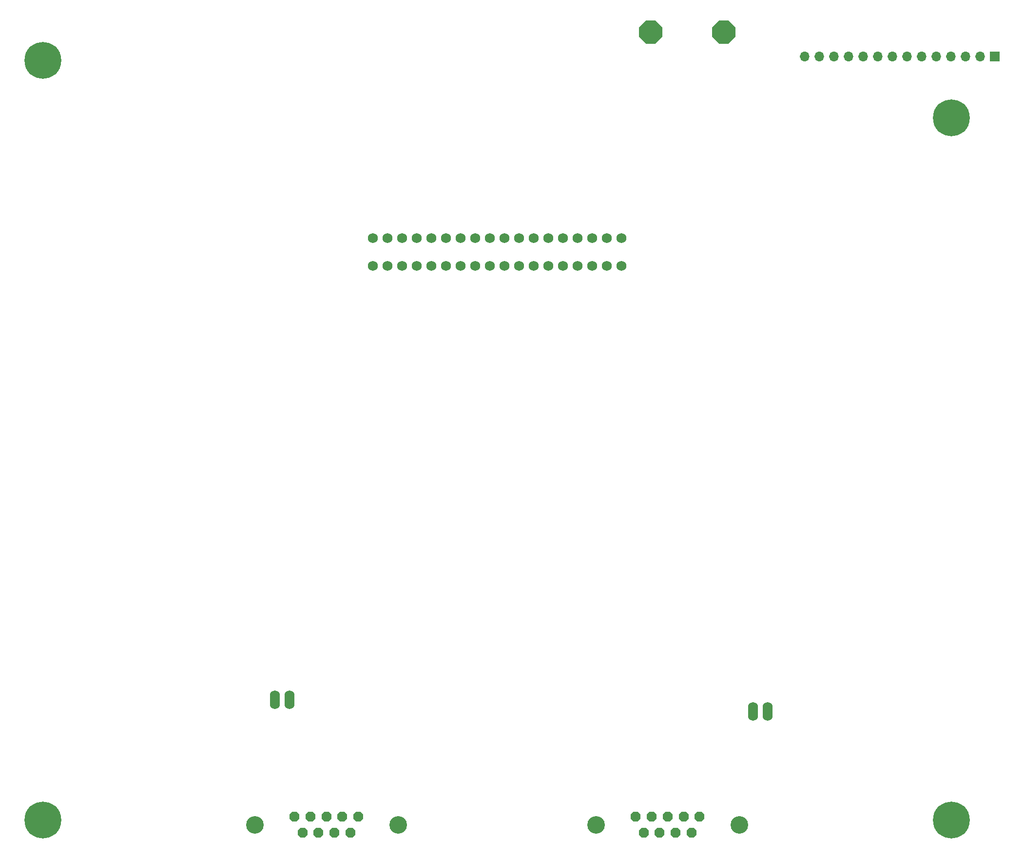
<source format=gbr>
%TF.GenerationSoftware,KiCad,Pcbnew,7.0.5*%
%TF.CreationDate,2023-08-21T23:54:45-04:00*%
%TF.ProjectId,LogicBoard_smt,4c6f6769-6342-46f6-9172-645f736d742e,rev?*%
%TF.SameCoordinates,Original*%
%TF.FileFunction,Soldermask,Bot*%
%TF.FilePolarity,Negative*%
%FSLAX46Y46*%
G04 Gerber Fmt 4.6, Leading zero omitted, Abs format (unit mm)*
G04 Created by KiCad (PCBNEW 7.0.5) date 2023-08-21 23:54:45*
%MOMM*%
%LPD*%
G01*
G04 APERTURE LIST*
G04 Aperture macros list*
%AMFreePoly0*
4,1,25,0.375350,0.844196,0.387473,0.833842,0.833842,0.387473,0.862349,0.331525,0.863600,0.315631,0.863600,-0.315631,0.844196,-0.375350,0.833842,-0.387473,0.387473,-0.833842,0.331525,-0.862349,0.315631,-0.863600,-0.315631,-0.863600,-0.375350,-0.844196,-0.387473,-0.833842,-0.833842,-0.387473,-0.862349,-0.331525,-0.863600,-0.315631,-0.863600,0.315631,-0.844196,0.375350,-0.833842,0.387473,
-0.387473,0.833842,-0.331525,0.862349,-0.315631,0.863600,0.315631,0.863600,0.375350,0.844196,0.375350,0.844196,$1*%
%AMFreePoly1*
4,1,25,0.848796,1.987196,0.860919,1.976842,1.976842,0.860919,2.005349,0.804971,2.006600,0.789077,2.006600,-0.789077,1.987196,-0.848796,1.976842,-0.860919,0.860919,-1.976842,0.804971,-2.005349,0.789077,-2.006600,-0.789077,-2.006600,-0.848796,-1.987196,-0.860919,-1.976842,-1.976842,-0.860919,-2.005349,-0.804971,-2.006600,-0.789077,-2.006600,0.789077,-1.987196,0.848796,-1.976842,0.860919,
-0.860919,1.976842,-0.804971,2.005349,-0.789077,2.006600,0.789077,2.006600,0.848796,1.987196,0.848796,1.987196,$1*%
G04 Aperture macros list end*
%ADD10C,6.400000*%
%ADD11C,3.600000*%
%ADD12O,1.727200X3.251200*%
%ADD13C,3.048000*%
%ADD14FreePoly0,0.000000*%
%ADD15C,1.727200*%
%ADD16FreePoly1,0.000000*%
%ADD17O,1.700000X1.700000*%
%ADD18R,1.700000X1.700000*%
G04 APERTURE END LIST*
D10*
%TO.C,H4*%
X203360000Y-39050000D03*
D11*
X203360000Y-39050000D03*
%TD*%
D10*
%TO.C,H3*%
X203360000Y-161145000D03*
D11*
X203360000Y-161145000D03*
%TD*%
D10*
%TO.C,H2*%
X45560000Y-161145000D03*
D11*
X45560000Y-161145000D03*
%TD*%
%TO.C,HE*%
X45560000Y-29050000D03*
D10*
X45560000Y-29050000D03*
%TD*%
D12*
%TO.C,EXTRA_BUTTON_1*%
X85852000Y-140208000D03*
X88392000Y-140208000D03*
%TD*%
D13*
%TO.C,PORT1*%
X82372200Y-161949100D03*
X107264200Y-161949100D03*
D14*
X89281000Y-160526700D03*
X92049600Y-160526700D03*
X94818200Y-160526700D03*
X97586800Y-160526700D03*
X100355400Y-160526700D03*
X90665300Y-163370300D03*
X93433900Y-163370300D03*
X96202500Y-163370300D03*
X98971100Y-163370300D03*
%TD*%
D13*
%TO.C,PORT2*%
X141655800Y-161949100D03*
X166547800Y-161949100D03*
D14*
X148564600Y-160526700D03*
X151333200Y-160526700D03*
X154101800Y-160526700D03*
X156870400Y-160526700D03*
X159639000Y-160526700D03*
X149948900Y-163370300D03*
X152717500Y-163370300D03*
X155486100Y-163370300D03*
X158254700Y-163370300D03*
%TD*%
D12*
%TO.C,EXTRA_BUTTON_2*%
X168910000Y-142259000D03*
X171450000Y-142259000D03*
%TD*%
D15*
%TO.C,U$3*%
X102870000Y-64770000D03*
X105410000Y-64770000D03*
X107950000Y-64770000D03*
X110490000Y-64770000D03*
X113030000Y-64770000D03*
X115570000Y-64770000D03*
X118110000Y-64770000D03*
X120650000Y-64770000D03*
X123190000Y-64770000D03*
X125730000Y-64770000D03*
X128270000Y-64770000D03*
X130810000Y-64770000D03*
X133350000Y-64770000D03*
X135890000Y-64770000D03*
X138430000Y-64770000D03*
X140970000Y-64770000D03*
X143510000Y-64770000D03*
X146050000Y-64770000D03*
X102870000Y-59918600D03*
X105410000Y-59918600D03*
X107950000Y-59918600D03*
X110490000Y-59918600D03*
X113030000Y-59918600D03*
X115570000Y-59918600D03*
X118110000Y-59918600D03*
X120650000Y-59918600D03*
X123190000Y-59918600D03*
X125730000Y-59918600D03*
X128270000Y-59918600D03*
X130810000Y-59918600D03*
X133350000Y-59918600D03*
X135890000Y-59918600D03*
X138430000Y-59918600D03*
X140970000Y-59918600D03*
X143510000Y-59918600D03*
X146050000Y-59918600D03*
%TD*%
D16*
%TO.C,+5V0*%
X163830000Y-24130000D03*
%TD*%
%TO.C,GROUND0*%
X151130000Y-24130000D03*
%TD*%
D17*
%TO.C,VIAPORT0*%
X177888900Y-28346400D03*
X180428900Y-28346400D03*
X182968900Y-28346400D03*
X185508900Y-28346400D03*
X188048900Y-28346400D03*
X190588900Y-28346400D03*
X193128900Y-28346400D03*
X195668900Y-28346400D03*
X198208900Y-28346400D03*
X200748900Y-28346400D03*
X203288900Y-28346400D03*
X205828900Y-28346400D03*
X208368900Y-28346400D03*
D18*
X210908900Y-28346400D03*
%TD*%
M02*

</source>
